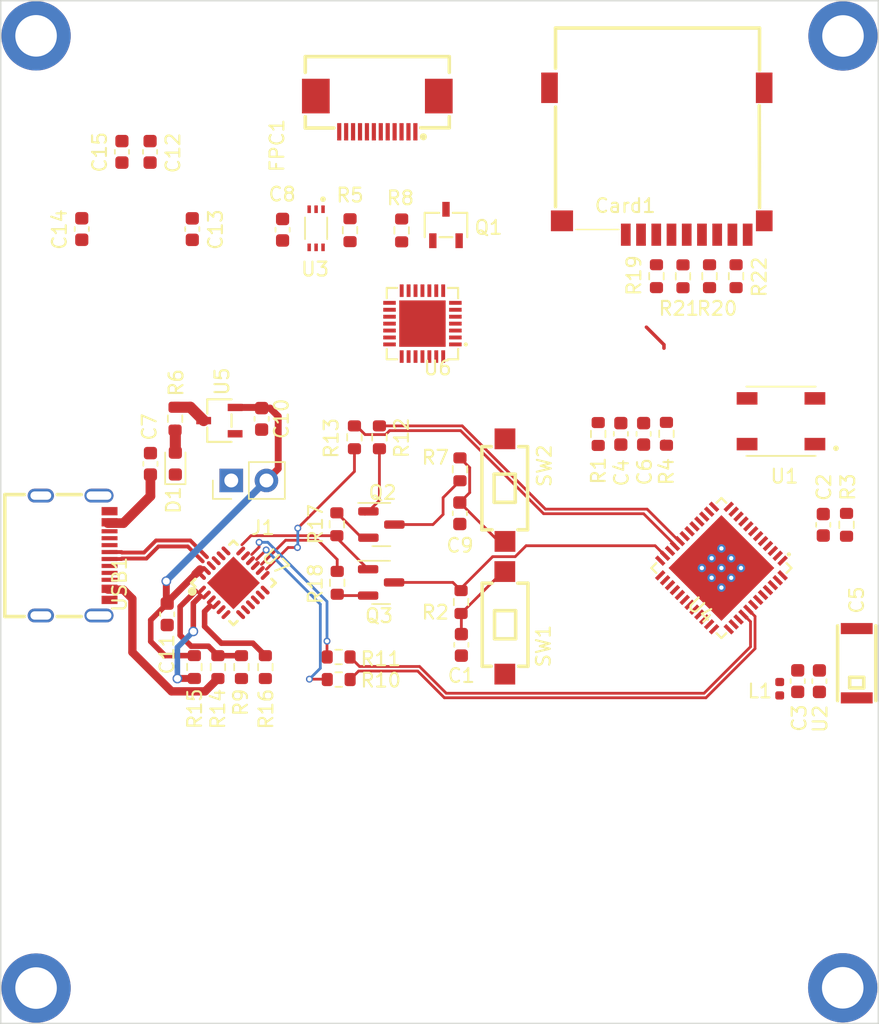
<source format=kicad_pcb>
(kicad_pcb (version 20211014) (generator pcbnew)
  (layers (0 "F.Cu" signal) (31 "B.Cu" signal) (34 "B.Paste" user) (35 "F.Paste" user) (36 "B.SilkS" user "B.Silkscreen") (37 "F.SilkS" user "F.Silkscreen") (38 "B.Mask" user) (39 "F.Mask" user) (44 "Edge.Cuts" user))
  (net 0 "")
  (net 1 "GND")
  (net 2 "Net-(C1-Pad2)")
  (net 3 "Net-(C2-Pad1)")
  (net 4 "Net-(C3-Pad1)")
  (net 5 "/VDD33A")
  (net 6 "Net-(C5-Pad1)")
  (net 7 "/EXT_5V")
  (net 8 "/VDD33")
  (net 9 "Net-(C9-Pad2)")
  (net 10 "Net-(C13-Pad2)")
  (net 11 "Net-(C14-Pad1)")
  (net 12 "Net-(D1-Pad2)")
  (net 15 "Net-(FPC1-Pad3)")
  (net 27 "/FLASH_SD1")
  (net 28 "/FLASH_SD3")
  (net 29 "/FLASH_CLK")
  (net 30 "/IO21")
  (net 31 "/IO22")
  (net 32 "/IO19")
  (net 33 "/IO23")
  (net 34 "/IO18")
  (net 35 "/IO5")
  (net 36 "/IO10")
  (net 37 "/IO9")
  (net 38 "/RXD0")
  (net 39 "/TXD0")
  (net 40 "/IO35")
  (net 41 "/IO34")
  (net 42 "/IO38")
  (net 43 "/IO37")
  (net 44 "/EN")
  (net 45 "/FLASH_CS")
  (net 46 "/FLASH_SD0")
  (net 47 "/FLASH_SD2")
  (net 48 "/SENSOR_VP")
  (net 49 "/SENSOR_VN")
  (net 50 "/IO25")
  (net 51 "/IO26")
  (net 52 "/IO32")
  (net 53 "/IO33")
  (net 54 "/IO27")
  (net 55 "/IO14")
  (net 57 "/IO13")
  (net 58 "/IO15")
  (net 59 "/IO2")
  (net 60 "/IO4")
  (net 61 "/IO0")
  (net 62 "Net-(Q1-Pad1)")
  (net 63 "Net-(Q2-Pad2)")
  (net 64 "/DTR")
  (net 65 "Net-(Q3-Pad2)")
  (net 66 "Net-(R4-Pad1)")
  (net 67 "Net-(R5-Pad1)")
  (net 68 "/RXD")
  (net 69 "/TXD")
  (net 70 "/RTS")
  (net 71 "/CTS")
  (net 72 "Net-(R15-Pad1)")
  (net 73 "Net-(R16-Pad1)")
  (net 84 "/USB_DP")
  (net 85 "/USB_DN")
  (net 100 "Net-(R14-Pad2)")
  (footprint "Resistor_SMD:R_0603_1608Metric" (layer "F.Cu") (at 79.6915 51.4245 90)
    (fp_text reference "R5")
    (fp_text value "10k")
  )
  (footprint "Capacitor_SMD:C_0603_1608Metric" (layer "F.Cu") (at 113.585 83.965 -90)
    (fp_text reference "C3")
    (fp_text value "2.7pF")
  )
  (footprint "Uinika.Footprint:FPC-SMD_12P-P0.50_FPC-05F-12PH20" (layer "F.Cu") (at 81.661 43.0347 180)
    (fp_text reference "FPC1")
    (fp_text value "FPC-05F-12PH20")
  )
  (footprint "Capacitor_SMD:C_0603_1608Metric" (layer "F.Cu") (at 74.82 51.39 -90)
    (fp_text reference "C8")
    (fp_text value "0.1uF")
  )
  (footprint "Resistor_SMD:R_0603_1608Metric" (layer "F.Cu") (at 68.45 82.945 90)
    (fp_text reference "R15")
    (fp_text value "2K (1%)")
  )
  (footprint "Capacitor_SMD:C_0603_1608Metric" (layer "F.Cu") (at 60.32 51.34 -90)
    (fp_text reference "C14")
    (fp_text value "2.2nF")
  )
  (footprint "Capacitor_SMD:C_0603_1608Metric" (layer "F.Cu") (at 87.62 71.849498 90)
    (fp_text reference "C9")
    (fp_text value "0.1uF/25V")
  )
  (footprint "Resistor_SMD:R_0603_1608Metric" (layer "F.Cu") (at 78.867 82.2198 180)
    (fp_text reference "R11")
    (fp_text value "1K (1%)")
  )
  (footprint "Uinika.Footprint:USB-C-SMD_TYPEC-304J-BCP16" (layer "F.Cu") (at 59.844 74.9 -90)
    (fp_text reference "USB1")
    (fp_text value "TYPEC-304J-BCP16")
  )
  (footprint "Resistor_SMD:R_0603_1608Metric" (layer "F.Cu") (at 83.42 51.44 -90)
    (fp_text reference "R8")
    (fp_text value "1k")
  )
  (footprint "Resistor_SMD:R_0603_1608Metric" (layer "F.Cu") (at 97.6122 66.1294 -90)
    (fp_text reference "R1")
    (fp_text value "0R (1%)")
  )
  (footprint "Inductor_SMD:L_0402_1005Metric" (layer "F.Cu") (at 110.72 84.51 -90)
    (fp_text reference "L1")
    (fp_text value "1.6nH")
  )
  (footprint "Resistor_SMD:R_0603_1608Metric" (layer "F.Cu") (at 70.15 82.95 90)
    (fp_text reference "R14")
    (fp_text value "22.1K(1%)")
  )
  (footprint "Resistor_SMD:R_0603_1608Metric" (layer "F.Cu") (at 101.818334 54.742334 -90)
    (fp_text reference "R19")
    (fp_text value "10k")
  )
  (footprint "Uinika.Footprint:LED_WS2812B-B" (layer "F.Cu") (at 110.8125 65.21 180)
    (fp_text reference "U1")
    (fp_text value "WS2812B-B")
  )
  (footprint "Resistor_SMD:R_0603_1608Metric" (layer "F.Cu") (at 73.575 82.95 -90)
    (fp_text reference "R16")
    (fp_text value "10K (1%)(NC)")
  )
  (footprint "Resistor_SMD:R_0603_1608Metric" (layer "F.Cu") (at 67.056 65.024 -90)
    (fp_text reference "R6")
    (fp_text value "2k (1%)")
  )
  (footprint "Capacitor_SMD:C_0603_1608Metric" (layer "F.Cu") (at 100.8922 66.1194 -90)
    (fp_text reference "C6")
    (fp_text value "0.1uF/25V (10%)")
  )
  (footprint "Capacitor_SMD:C_0603_1608Metric" (layer "F.Cu") (at 65.252 45.77 -90)
    (fp_text reference "C12")
    (fp_text value "10nF")
  )
  (footprint "Capacitor_SMD:C_0603_1608Metric" (layer "F.Cu") (at 68.3 51.345 90)
    (fp_text reference "C13")
    (fp_text value "0.1uF")
  )
  (footprint "Uinika.Footprint:XDCR_BH1750FVI-TR" (layer "F.Cu") (at 77.2415 51.287 -90)
    (fp_text reference "U3")
    (fp_text value "BH1750FVI-TR")
  )
  (footprint "Resistor_SMD:R_0603_1608Metric" (layer "F.Cu") (at 107.568334 54.742334 -90)
    (fp_text reference "R22")
    (fp_text value "10k")
  )
  (footprint "Capacitor_SMD:C_0603_1608Metric" (layer "F.Cu") (at 99.2472 66.1194 -90)
    (fp_text reference "C4")
    (fp_text value "10uF/6.3V (10%)")
  )
  (footprint "Capacitor_SMD:C_0603_1608Metric" (layer "F.Cu") (at 63.22 45.77 -90)
    (fp_text reference "C15")
    (fp_text value "0.1uF")
  )
  (footprint "Resistor_SMD:R_0603_1608Metric" (layer "F.Cu") (at 78.765 76.869 90)
    (fp_text reference "R18")
    (fp_text value "10K (1%)")
  )
  (footprint "Resistor_SMD:R_0603_1608Metric" (layer "F.Cu") (at 115.5446 72.6816 90)
    (fp_text reference "R3")
    (fp_text value "0.1uF/25V (10%)")
  )
  (footprint "LED_SMD:LED_0603_1608Metric" (layer "F.Cu") (at 67.076 68.264 90)
    (fp_text reference "D1")
    (fp_text value "Red LED")
  )
  (footprint "Package_TO_SOT_SMD:SOT-23" (layer "F.Cu") (at 81.935 76.839)
    (fp_text reference "Q3")
    (fp_text value "S8050")
  )
  (footprint "Resistor_SMD:R_0603_1608Metric" (layer "F.Cu") (at 87.63 68.679498 -90)
    (fp_text reference "R7")
    (fp_text value "0R (1%)")
  )
  (footprint "Connector_PinHeader_2.54mm:PinHeader_1x02_P2.54mm_Vertical" (layer "F.Cu") (at 71.115 69.484 90)
    (fp_text reference "J1")
    (fp_text value "Conn_01x02_Male")
  )
  (footprint "Resistor_SMD:R_0603_1608Metric" (layer "F.Cu") (at 78.74 72.644 -90)
    (fp_text reference "R17")
    (fp_text value "10K (1%)")
  )
  (footprint "Resistor_SMD:R_0603_1608Metric" (layer "F.Cu") (at 71.85 82.95 90)
    (fp_text reference "R9")
    (fp_text value "47.5K(1%)")
  )
  (footprint "Resistor_SMD:R_0603_1608Metric" (layer "F.Cu") (at 78.872325 83.847198 180)
    (fp_text reference "R10")
    (fp_text value "1K (1%)")
  )
  (footprint "Capacitor_SMD:C_0603_1608Metric" (layer "F.Cu") (at 87.73 81.346 90)
    (fp_text reference "C1")
    (fp_text value "0.1uF/25V (NC)")
  )
  (footprint "Capacitor_SMD:C_0603_1608Metric" (layer "F.Cu") (at 113.8646 72.6816 90)
    (fp_text reference "C2")
    (fp_text value "0.1uF/25V (10%)")
  )
  (footprint "Uinika.Footprint:SW-SMD_L6.0-W3.3-LS8.0-1" (layer "F.Cu") (at 90.87 79.756 90)
    (fp_text reference "SW1")
    (fp_text value "TD-1106SN-5.0H-160")
  )
  (footprint "Uinika.Footprint:QFN-24_L4.0-W4.0-P0.50-BL-EP2.7" (layer "F.Cu") (at 71.263 76.864 -45)
    (fp_text reference "U7")
    (fp_text value "MPU6050-YJLTY")
  )
  (footprint "Uinika.Footprint:QFN-28_L5.0-W5.0-P0.50-TL-EP3.3" (layer "F.Cu") (at 84.9204 58.166 180)
    (fp_text reference "U6")
    (fp_text value "CP2102N-A02-GQFN28")
  )
  (footprint "Uinika.Footprint:QFN-48_L7.0-W7.0-P0.50-BL-EP5.4" (layer "F.Cu") (at 106.51 75.8 135)
    (fp_text reference "U4")
    (fp_text value "ESP32--PICO--D4")
  )
  (footprint "Resistor_SMD:R_0603_1608Metric" (layer "F.Cu") (at 81.8134 66.3702 -90)
    (fp_text reference "R12")
    (fp_text value "0R (1%)(NC)")
  )
  (footprint "Uinika.Footprint:TF-SMD_TF-02" (layer "F.Cu") (at 101.85 46.449 180)
    (fp_text reference "Card1")
    (fp_text value "TF-02A_C2889261")
  )
  (footprint "Capacitor_SMD:C_0603_1608Metric" (layer "F.Cu") (at 112.02 83.96 -90)
    (fp_text reference "C5")
    (fp_text value "4.7pF")
  )
  (footprint "Uinika.Footprint:SOT-23-3_L2.9-W1.6-P1.90-LS2.9-BL" (layer "F.Cu") (at 70.258 65.164 90)
    (fp_text reference "U5")
    (fp_text value "AMS1117-3.3")
  )
  (footprint "Resistor_SMD:R_0603_1608Metric" (layer "F.Cu") (at 103.735002 54.750668 -90)
    (fp_text reference "R21")
    (fp_text value "10k")
  )
  (footprint "Resistor_SMD:R_0603_1608Metric" (layer "F.Cu") (at 80.01 66.3702 -90)
    (fp_text reference "R13")
    (fp_text value "0R (1%)(NC)")
  )
  (footprint "Package_TO_SOT_SMD:SOT-23" (layer "F.Cu") (at 81.955 72.664)
    (fp_text reference "Q2")
    (fp_text value "S8050")
  )
  (footprint "Resistor_SMD:R_0603_1608Metric" (layer "F.Cu") (at 87.71 78.256 90)
    (fp_text reference "R2")
    (fp_text value "0R (1%)")
  )
  (footprint "Uinika.Footprint:ANT-SMD_L5.0-W2.0" (layer "F.Cu") (at 116.28 82.67 90)
    (fp_text reference "U2")
    (fp_text value "AN2051-245_2.4G")
  )
  (footprint "Capacitor_SMD:C_0603_1608Metric" (layer "F.Cu") (at 66.488 79.139 -90)
    (fp_text reference "C11")
    (fp_text value "0.1uF/25V (10%)")
  )
  (footprint "Uinika.Footprint:SOT-23-3_L2.9-W1.6-P1.90-LS2.9-BL" (layer "F.Cu") (at 86.62 51.0495)
    (fp_text reference "Q1")
    (fp_text value "AO3415AL")
  )
  (footprint "Resistor_SMD:R_0603_1608Metric" (layer "F.Cu") (at 105.651668 54.742334 -90)
    (fp_text reference "R20")
    (fp_text value "10k")
  )
  (footprint "Resistor_SMD:R_0603_1608Metric" (layer "F.Cu") (at 102.5398 66.1162 -90)
    (fp_text reference "R4")
    (fp_text value "10K (5%)(NC)")
  )
  (footprint "Capacitor_SMD:C_0603_1608Metric" (layer "F.Cu") (at 73.308 65.037 -90)
    (fp_text reference "C10")
    (fp_text value "10uF/25V (10%)")
  )
  (footprint "Uinika.Footprint:SW-SMD_L6.0-W3.3-LS8.0-1" (layer "F.Cu") (at 90.88 70.179498 -90)
    (fp_text reference "SW2")
    (fp_text value "TD-1106SN-5.0H-160")
  )
  (footprint "Capacitor_SMD:C_0603_1608Metric" (layer "F.Cu") (at 65.278 68.284 90)
    (fp_text reference "C7")
    (fp_text value "10uF/25V (10%)")
  )
  (gr_rect (start 54.465 34.864) (end 117.841 108.662) (layer "Edge.Cuts") (width 0.1) (fill none))
  (via (at 115.27 106.09) (size 5) (drill 3) (layers "F.Cu" "B.Cu") (net 0))
  (via (at 57.02 37.4) (size 5) (drill 3) (layers "F.Cu" "B.Cu") (net 0))
  (via (at 115.29 37.41) (size 5) (drill 3) (layers "F.Cu" "B.Cu") (net 0))
  (via (at 57.02 106.11) (size 5) (drill 3) (layers "F.Cu" "B.Cu") (net 0))
  (segment (start 90.735 76.056) (end 87.71 79.081) (width 0.2) (layer "F.Cu") (net 2))
  (segment (start 87.73 79.101) (end 87.71 79.081) (width 0.2) (layer "F.Cu") (net 2))
  (segment (start 87.73 80.571) (end 87.73 79.101) (width 0.2) (layer "F.Cu") (net 2))
  (segment (start 90.87 76.056) (end 90.735 76.056) (width 0.2) (layer "F.Cu") (net 2))
  (segment (start 111.94 84.735) (end 112.115 84.56) (width 0.25) (layer "F.Cu") (net 4))
  (segment (start 63.33 72.56) (end 65.278 70.612) (width 0.7) (layer "F.Cu") (net 7))
  (segment (start 63.975 81.875) (end 63.975 78.021) (width 0.6) (layer "F.Cu") (net 7))
  (segment (start 66.8 84.7) (end 63.975 81.875) (width 0.6) (layer "F.Cu") (net 7))
  (segment (start 65.278 70.612) (end 65.278 69.059) (width 0.7) (layer "F.Cu") (net 7))
  (segment (start 68.158 64.199) (end 69.123 65.164) (width 0.8) (layer "F.Cu") (net 7))
  (segment (start 69.225 84.7) (end 66.8 84.7) (width 0.6) (layer "F.Cu") (net 7))
  (segment (start 63.314 77.36) (end 62.207 77.36) (width 0.6) (layer "F.Cu") (net 7))
  (segment (start 62.207 72.56) (end 63.33 72.56) (width 0.7) (layer "F.Cu") (net 7))
  (segment (start 70.15 83.775) (end 69.225 84.7) (width 0.6) (layer "F.Cu") (net 7))
  (segment (start 63.975 78.021) (end 63.314 77.36) (width 0.6) (layer "F.Cu") (net 7))
  (segment (start 67.056 64.199) (end 68.158 64.199) (width 0.8) (layer "F.Cu") (net 7))
  (segment (start 66.488 78.277414) (end 68.521547 76.243867) (width 0.5) (layer "F.Cu") (net 8))
  (segment (start 102.7938 66.992) (end 102.7938 66.8274) (width 0.2) (layer "F.Cu") (net 8))
  (segment (start 73.26 64.214) (end 73.308 64.262) (width 0.5) (layer "F.Cu") (net 8))
  (segment (start 74.505 64.853) (end 73.914 64.262) (width 0.5) (layer "F.Cu") (net 8))
  (segment (start 73.914 64.262) (end 73.308 64.262) (width 0.5) (layer "F.Cu") (net 8))
  (segment (start 65.3 81.1) (end 65.3 79.552) (width 0.4) (layer "F.Cu") (net 8))
  (segment (start 66.32 82.12) (end 65.3 81.1) (width 0.4) (layer "F.Cu") (net 8))
  (segment (start 102.5398 66.7766) (end 102.3874 66.6242) (width 0.2) (layer "F.Cu") (net 8))
  (segment (start 74.82 50.615) (end 74.995 50.615) (width 0.25) (layer "F.Cu") (net 8))
  (segment (start 66.488 78.364) (end 66.488 78.277414) (width 0.3) (layer "F.Cu") (net 8))
  (segment (start 68.521547 76.243867) (end 68.863079 75.902335) (width 0.6) (layer "F.Cu") (net 8))
  (segment (start 68.45 82.12) (end 66.32 82.12) (width 0.4) (layer "F.Cu") (net 8))
  (segment (start 73.655 69.484) (end 74.505 68.634) (width 0.5) (layer "F.Cu") (net 8))
  (segment (start 68.11 82.12) (end 68.03 82.2) (width 0.127) (layer "F.Cu") (net 8))
  (segment (start 74.505 68.634) (end 74.505 64.853) (width 0.5) (layer "F.Cu") (net 8))
  (segment (start 66.425 78.214414) (end 66.488 78.277414) (width 0.5) (layer "F.Cu") (net 8))
  (segment (start 68.45 82.12) (end 68.11 82.12) (width 0.127) (layer "F.Cu") (net 8))
  (segment (start 74.995 50.615) (end 75.04 50.57) (width 0.25) (layer "F.Cu") (net 8))
  (segment (start 65.3 79.552) (end 66.488 78.364) (width 0.4) (layer "F.Cu") (net 8))
  (segment (start 66.425 76.75) (end 66.425 78.214414) (width 0.5) (layer "F.Cu") (net 8))
  (segment (start 71.393 64.214) (end 73.26 64.214) (width 0.5) (layer "F.Cu") (net 8))
  (via (at 66.425 76.75) (size 0.7) (drill 0.5) (layers "F.Cu" "B.Cu") (net 8))
  (segment (start 66.425 76.714) (end 66.425 76.75) (width 0.5) (layer "B.Cu") (net 8))
  (segment (start 73.655 69.484) (end 66.425 76.714) (width 0.5) (layer "B.Cu") (net 8))
  (segment (start 88.332 70.362498) (end 88.332 68.556498) (width 0.2) (layer "F.Cu") (net 9))
  (segment (start 90.88 73.879498) (end 90.425 73.879498) (width 0.2) (layer "F.Cu") (net 9))
  (segment (start 90.425 73.879498) (end 87.62 71.074498) (width 0.2) (layer "F.Cu") (net 9))
  (segment (start 88.332 68.556498) (end 87.63 67.854498) (width 0.2) (layer "F.Cu") (net 9))
  (segment (start 87.62 71.074498) (end 88.332 70.362498) (width 0.2) (layer "F.Cu") (net 9))
  (segment (start 67.076 65.869) (end 67.056 65.849) (width 0.8) (layer "F.Cu") (net 12))
  (segment (start 67.076 67.4765) (end 67.076 65.869) (width 0.8) (layer "F.Cu") (net 12))
  (segment (start 108.6104 79.668167) (end 108.10099 79.158757) (width 0.2) (layer "F.Cu") (net 38))
  (segment (start 80.3778 82.9056) (end 84.709 82.9056) (width 0.2) (layer "F.Cu") (net 38))
  (segment (start 84.709 82.9056) (end 86.6394 84.836) (width 0.2) (layer "F.Cu") (net 38))
  (segment (start 105.2576 84.836) (end 108.6104 81.4832) (width 0.2) (layer "F.Cu") (net 38))
  (segment (start 86.6394 84.836) (end 105.2576 84.836) (width 0.2) (layer "F.Cu") (net 38))
  (segment (start 108.6104 81.4832) (end 108.6104 79.668167) (width 0.2) (layer "F.Cu") (net 38))
  (segment (start 79.692 82.2198) (end 80.3778 82.9056) (width 0.2) (layer "F.Cu") (net 38))
  (segment (start 79.697325 83.847198) (end 80.311923 83.2326) (width 0.2) (layer "F.Cu") (net 39))
  (segment (start 108.9374 81.618648) (end 108.9374 79.28806) (width 0.2) (layer "F.Cu") (net 39))
  (segment (start 108.9374 79.28806) (end 108.454544 78.805204) (width 0.2) (layer "F.Cu") (net 39))
  (segment (start 105.393048 85.163) (end 108.9374 81.618648) (width 0.2) (layer "F.Cu") (net 39))
  (segment (start 86.503952 85.163) (end 105.393048 85.163) (width 0.2) (layer "F.Cu") (net 39))
  (segment (start 80.311923 83.2326) (end 84.573552 83.2326) (width 0.2) (layer "F.Cu") (net 39))
  (segment (start 84.573552 83.2326) (end 86.503952 85.163) (width 0.2) (layer "F.Cu") (net 39))
  (segment (start 82.8925 72.664) (end 85.6796 72.664) (width 0.2) (layer "F.Cu") (net 44))
  (segment (start 86.4108 70.723698) (end 87.63 69.504498) (width 0.2) (layer "F.Cu") (net 44))
  (segment (start 86.4108 71.9328) (end 86.4108 70.723698) (width 0.2) (layer "F.Cu") (net 44))
  (segment (start 85.6796 72.664) (end 86.4108 71.9328) (width 0.2) (layer "F.Cu") (net 44))
  (segment (start 103.446456 73.855456) (end 103.504796 73.855456) (width 0.2) (layer "F.Cu") (net 57))
  (segment (start 81.8134 65.5452) (end 87.7956 65.5452) (width 0.2) (layer "F.Cu") (net 57))
  (segment (start 93.8022 71.5518) (end 101.1428 71.5518) (width 0.2) (layer "F.Cu") (net 57))
  (segment (start 87.7956 65.5452) (end 93.8022 71.5518) (width 0.2) (layer "F.Cu") (net 57))
  (segment (start 101.1428 71.5518) (end 103.446456 73.855456) (width 0.2) (layer "F.Cu") (net 57))
  (segment (start 82.549869 65.8876) (end 87.675552 65.8876) (width 0.2) (layer "F.Cu") (net 58))
  (segment (start 87.675552 65.8876) (end 93.669952 71.882) (width 0.2) (layer "F.Cu") (net 58))
  (segment (start 93.669952 71.882) (end 100.8888 71.882) (width 0.2) (layer "F.Cu") (net 58))
  (segment (start 80.7772 66.1722) (end 82.265269 66.1722) (width 0.2) (layer "F.Cu") (net 58))
  (segment (start 100.8888 71.882) (end 103.151243 74.144443) (width 0.2) (layer "F.Cu") (net 58))
  (segment (start 82.265269 66.1722) (end 82.549869 65.8876) (width 0.2) (layer "F.Cu") (net 58))
  (segment (start 103.151243 74.144443) (end 103.151243 74.20901) (width 0.2) (layer "F.Cu") (net 58))
  (segment (start 80.1502 65.5452) (end 80.7772 66.1722) (width 0.2) (layer "F.Cu") (net 58))
  (segment (start 80.01 65.5452) (end 80.1502 65.5452) (width 0.2) (layer "F.Cu") (net 58))
  (segment (start 101.092 58.42) (end 102.362 59.69) (width 0.25) (layer "F.Cu") (net 60))
  (segment (start 102.362 59.69) (end 102.362 59.939) (width 0.25) (layer "F.Cu") (net 60))
  (segment (start 87.71 77.262) (end 89.9912 74.9808) (width 0.2) (layer "F.Cu") (net 61))
  (segment (start 89.9912 74.9808) (end 91.6178 74.9808) (width 0.2) (layer "F.Cu") (net 61))
  (segment (start 101.727 74.1934) (end 102.444136 74.910536) (width 0.2) (layer "F.Cu") (net 61))
  (segment (start 87.118 76.839) (end 87.71 77.431) (width 0.2) (layer "F.Cu") (net 61))
  (segment (start 92.4052 74.1934) (end 101.727 74.1934) (width 0.2) (layer "F.Cu") (net 61))
  (segment (start 82.8725 76.839) (end 87.118 76.839) (width 0.2) (layer "F.Cu") (net 61))
  (segment (start 87.71 77.431) (end 87.71 77.262) (width 0.2) (layer "F.Cu") (net 61))
  (segment (start 102.444136 74.910536) (end 102.444136 74.916117) (width 0.2) (layer "F.Cu") (net 61))
  (segment (start 91.6178 74.9808) (end 92.4052 74.1934) (width 0.2) (layer "F.Cu") (net 61))
  (segment (start 78.74 71.819) (end 80.535 73.614) (width 0.2) (layer "F.Cu") (net 63))
  (segment (start 80.535 73.614) (end 81.0175 73.614) (width 0.2) (layer "F.Cu") (net 63))
  (segment (start 78.74 73.469) (end 72.53668 73.469) (width 0.2) (layer "F.Cu") (net 64))
  (segment (start 80.9975 75.889) (end 78.74 73.6315) (width 0.2) (layer "F.Cu") (net 64))
  (segment (start 80.9975 75.889) (end 80.9975 75.7265) (width 0.127) (layer "F.Cu") (net 64))
  (segment (start 72.53668 73.469) (end 71.883133 74.122547) (width 0.2) (layer "F.Cu") (net 64))
  (segment (start 78.74 73.6315) (end 78.74 73.469) (width 0.2) (layer "F.Cu") (net 64))
  (segment (start 80.9975 77.789) (end 78.86 77.789) (width 0.2) (layer "F.Cu") (net 65))
  (segment (start 78.86 77.789) (end 78.765 77.694) (width 0.2) (layer "F.Cu") (net 65))
  (segment (start 72.943793 75.183207) (end 72.949593 75.183207) (width 0.2) (layer "F.Cu") (net 68))
  (segment (start 78.020127 83.82) (end 78.047325 83.847198) (width 0.2) (layer "F.Cu") (net 68))
  (segment (start 76.7588 83.82) (end 78.020127 83.82) (width 0.2) (layer "F.Cu") (net 68))
  (segment (start 72.949593 75.183207) (end 73.6346 74.4982) (width 0.2) (layer "F.Cu") (net 68))
  (via (at 73.6346 74.4982) (size 0.5) (drill 0.3) (layers "F.Cu" "B.Cu") (net 68))
  (via (at 76.7588 83.82) (size 0.5) (drill 0.3) (layers "F.Cu" "B.Cu") (net 68))
  (segment (start 73.6346 74.4982) (end 77.5462 78.4098) (width 0.2) (layer "B.Cu") (net 68))
  (segment (start 77.5462 78.4098) (end 77.5462 83.0326) (width 0.2) (layer "B.Cu") (net 68))
  (segment (start 77.5462 83.0326) (end 76.7588 83.82) (width 0.2) (layer "B.Cu") (net 68))
  (segment (start 78.0288 82.2066) (end 78.042 82.2198) (width 0.2) (layer "F.Cu") (net 69))
  (segment (start 72.590239 74.829654) (end 73.1266 74.293293) (width 0.2) (layer "F.Cu") (net 69))
  (segment (start 73.1266 74.293293) (end 73.1266 73.9455) (width 0.2) (layer "F.Cu") (net 69))
  (segment (start 78.0288 81.0768) (end 78.0288 82.2066) (width 0.2) (layer "F.Cu") (net 69))
  (via (at 73.1266 73.9455) (size 0.5) (drill 0.3) (layers "F.Cu" "B.Cu") (net 69))
  (via (at 78.0288 81.0768) (size 0.5) (drill 0.3) (layers "F.Cu" "B.Cu") (net 69))
  (segment (start 73.1266 73.9455) (end 73.75648 73.9455) (width 0.2) (layer "B.Cu") (net 69))
  (segment (start 73.75648 73.9455) (end 78.0288 78.21782) (width 0.2) (layer "B.Cu") (net 69))
  (segment (start 78.0288 78.21782) (end 78.0288 81.0768) (width 0.2) (layer "B.Cu") (net 69))
  (segment (start 77.3774 73.796) (end 75.038107 73.796) (width 0.2) (layer "F.Cu") (net 70))
  (segment (start 80.772 71.9595) (end 81.0175 71.714) (width 0.127) (layer "F.Cu") (net 70))
  (segment (start 78.765 76.044) (end 78.765 75.1836) (width 0.2) (layer "F.Cu") (net 70))
  (segment (start 81.8134 70.9181) (end 81.0175 71.714) (width 0.2) (layer "F.Cu") (net 70))
  (segment (start 75.038107 73.796) (end 73.297346 75.536761) (width 0.2) (layer "F.Cu") (net 70))
  (segment (start 78.765 75.1836) (end 77.3774 73.796) (width 0.2) (layer "F.Cu") (net 70))
  (segment (start 81.8134 67.1952) (end 81.8134 70.9181) (width 0.2) (layer "F.Cu") (net 70))
  (segment (start 80.01 68.834) (end 75.9206 72.9234) (width 0.2) (layer "F.Cu") (net 71))
  (segment (start 80.01 67.1952) (end 80.01 68.834) (width 0.2) (layer "F.Cu") (net 71))
  (segment (start 75.220814 74.3204) (end 73.6509 75.890314) (width 0.2) (layer "F.Cu") (net 71))
  (segment (start 75.8952 74.3204) (end 75.220814 74.3204) (width 0.2) (layer "F.Cu") (net 71))
  (via (at 75.9206 72.9234) (size 0.5) (drill 0.3) (layers "F.Cu" "B.Cu") (net 71))
  (via (at 75.8952 74.3204) (size 0.5) (drill 0.3) (layers "F.Cu" "B.Cu") (net 71))
  (segment (start 75.9206 74.295) (end 75.8952 74.3204) (width 0.2) (layer "B.Cu") (net 71))
  (segment (start 75.9206 72.9234) (end 75.9206 74.295) (width 0.2) (layer "B.Cu") (net 71))
  (segment (start 69.1898 78.9372) (end 69.582207 78.544793) (width 0.4) (layer "F.Cu") (net 73))
  (segment (start 69.1898 80.0148) (end 69.1898 78.9372) (width 0.4) (layer "F.Cu") (net 73))
  (segment (start 72.675 81.225) (end 70.4 81.225) (width 0.4) (layer "F.Cu") (net 73))
  (segment (start 70.4 81.225) (end 69.1898 80.0148) (width 0.4) (layer "F.Cu") (net 73))
  (segment (start 73.575 82.125) (end 72.675 81.225) (width 0.4) (layer "F.Cu") (net 73))
  (segment (start 63.221501 74.684) (end 64.810528 74.684) (width 0.28) (layer "F.Cu") (net 84))
  (segment (start 68.155518 73.813345) (end 69.358089 75.015916) (width 0.28) (layer "F.Cu") (net 84))
  (segment (start 64.810528 74.684) (end 65.681183 73.813345) (width 0.28) (layer "F.Cu") (net 84))
  (segment (start 62.325 74.65) (end 63.187501 74.65) (width 0.28) (layer "F.Cu") (net 84))
  (segment (start 63.187501 74.65) (end 63.221501 74.684) (width 0.28) (layer "F.Cu") (net 84))
  (segment (start 65.681183 73.813345) (end 68.155518 73.813345) (width 0.28) (layer "F.Cu") (net 84))
  (segment (start 62.325 75.15) (end 63.187501 75.15) (width 0.28) (layer "F.Cu") (net 85))
  (segment (start 63.221501 75.116) (end 64.989472 75.116) (width 0.28) (layer "F.Cu") (net 85))
  (segment (start 67.976574 74.245345) (end 69.052617 75.321388) (width 0.28) (layer "F.Cu") (net 85))
  (segment (start 65.860127 74.245345) (end 67.976574 74.245345) (width 0.28) (layer "F.Cu") (net 85))
  (segment (start 63.187501 75.15) (end 63.221501 75.116) (width 0.28) (layer "F.Cu") (net 85))
  (segment (start 64.989472 75.116) (end 65.860127 74.245345) (width 0.28) (layer "F.Cu") (net 85))
  (segment (start 67.425 78.58068) (end 68.521547 77.484133) (width 0.4) (layer "F.Cu") (net 100))
  (segment (start 70.15 82.125) (end 71.85 82.125) (width 0.4) (layer "F.Cu") (net 100))
  (segment (start 70.15 82.125) (end 69.468 81.443) (width 0.4) (layer "F.Cu") (net 100))
  (segment (start 69.468 81.443) (end 68.218 81.443) (width 0.4) (layer "F.Cu") (net 100))
  (segment (start 68.218 81.443) (end 67.425 80.65) (width 0.4) (layer "F.Cu") (net 100))
  (segment (start 68.45 83.77) (end 67.23 83.77) (width 0.5) (layer "F.Cu") (net 100))
  (segment (start 68.375 80.375) (end 68.375 78.337786) (width 0.4) (layer "F.Cu") (net 100))
  (segment (start 67.425 80.65) (end 67.425 78.58068) (width 0.4) (layer "F.Cu") (net 100))
  (segment (start 68.375 78.337786) (end 68.8751 77.837686) (width 0.4) (layer "F.Cu") (net 100))
  (segment (start 67.23 83.77) (end 67.225 83.775) (width 0.6) (layer "F.Cu") (net 100))
  (via (at 68.375 80.375) (size 0.7) (drill 0.5) (layers "F.Cu" "B.Cu") (net 100))
  (via (at 67.225 83.775) (size 0.7) (drill 0.5) (layers "F.Cu" "B.Cu") (net 100))
  (segment (start 67.225 81.525) (end 67.225 83.775) (width 0.4) (layer "B.Cu") (net 100))
  (segment (start 68.375 80.375) (end 67.225 81.525) (width 0.4) (layer "B.Cu") (net 100))
)
</source>
